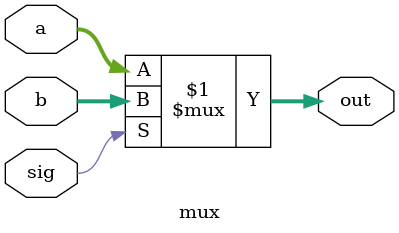
<source format=v>
module mux
#(parameter WIDTH = 32)
(
    input sig,
    input [(WIDTH - 1):0] a,
    input [(WIDTH - 1):0] b,
    output [(WIDTH - 1):0] out
    );
    
assign out = sig ? b : a;

endmodule

</source>
